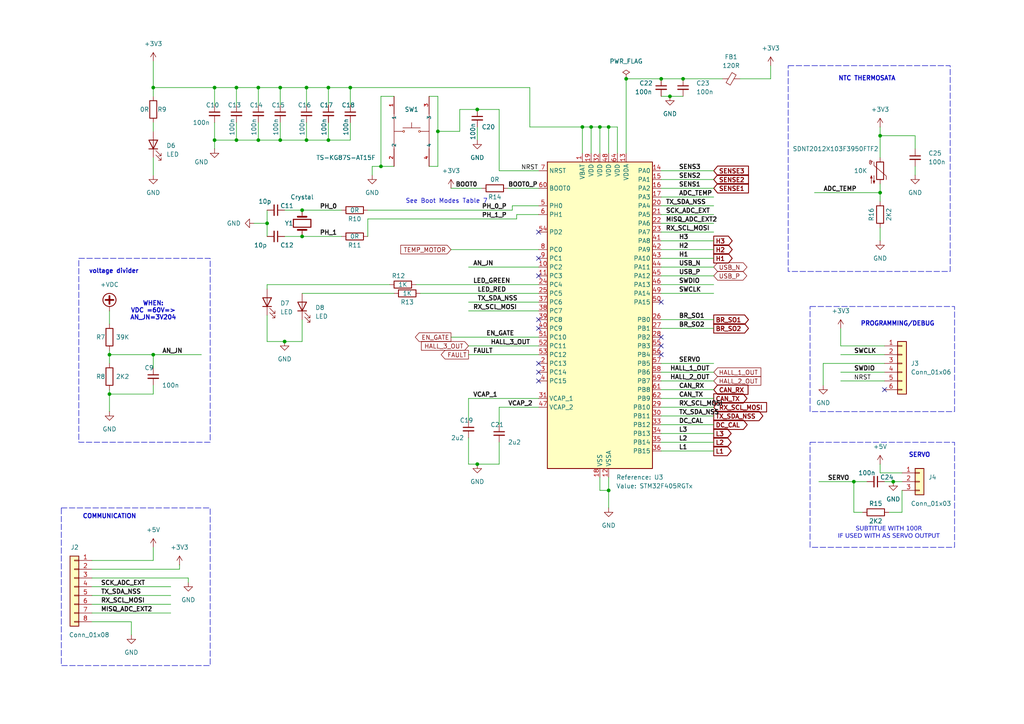
<source format=kicad_sch>
(kicad_sch (version 20231120) (generator "eeschema") (generator_version "8.0")
  (paper "A4")
  (lib_symbols
    (symbol "Connector_Generic:Conn_01x03" (pin_names (offset 1.016) hide)
      (property "Reference" "J" (at 0 5.08 0))
      (property "Value" "Conn_01x03" (at 0 -5.08 0))
      (symbol "Conn_01x03_1_1"
        (pin passive line (at -5.08 2.54 0) (length 3.81) (name "Pin_1") (number "1"))
        (pin passive line (at -5.08 0 0) (length 3.81) (name "Pin_2") (number "2"))
        (pin passive line (at -5.08 -2.54 0) (length 3.81) (name "Pin_3") (number "3"))
      )
    )
    (symbol "Connector_Generic:Conn_01x06" (pin_names (offset 1.016) hide)
      (property "Reference" "J" (at 0 7.62 0))
      (property "Value" "Conn_01x06" (at 0 -10.16 0))
      (symbol "Conn_01x06_1_1"
        (pin passive line (at -5.08 5.08 0) (length 3.81) (name "Pin_1") (number "1"))
        (pin passive line (at -5.08 2.54 0) (length 3.81) (name "Pin_2") (number "2"))
        (pin passive line (at -5.08 0 0) (length 3.81) (name "Pin_3") (number "3"))
        (pin passive line (at -5.08 -2.54 0) (length 3.81) (name "Pin_4") (number "4"))
        (pin passive line (at -5.08 -5.08 0) (length 3.81) (name "Pin_5") (number "5"))
        (pin passive line (at -5.08 -7.62 0) (length 3.81) (name "Pin_6") (number "6"))
      )
    )
    (symbol "Connector_Generic:Conn_01x08" (pin_names (offset 1.016) hide)
      (property "Reference" "J" (at 0 10.16 0))
      (property "Value" "Conn_01x08" (at 0 -12.7 0))
      (symbol "Conn_01x08_1_1"
        (pin passive line (at -5.08 7.62 0) (length 3.81) (name "Pin_1") (number "1"))
        (pin passive line (at -5.08 5.08 0) (length 3.81) (name "Pin_2") (number "2"))
        (pin passive line (at -5.08 2.54 0) (length 3.81) (name "Pin_3") (number "3"))
        (pin passive line (at -5.08 0 0) (length 3.81) (name "Pin_4") (number "4"))
        (pin passive line (at -5.08 -2.54 0) (length 3.81) (name "Pin_5") (number "5"))
        (pin passive line (at -5.08 -5.08 0) (length 3.81) (name "Pin_6") (number "6"))
        (pin passive line (at -5.08 -7.62 0) (length 3.81) (name "Pin_7") (number "7"))
        (pin passive line (at -5.08 -10.16 0) (length 3.81) (name "Pin_8") (number "8"))
      )
    )
    (symbol "Device:C_Small" (pin_numbers hide) (pin_names (offset 0.254) hide)
      (property "Reference" "C" (at 0.254 1.778 0))
      (property "Value" "C_Small" (at 0.254 -2.032 0))
      (symbol "C_Small_1_1"
        (pin passive line (at 0 2.54 270) (length 2.032) (name "~") (number "1"))
        (pin passive line (at 0 -2.54 90) (length 2.032) (name "~") (number "2"))
      )
    )
    (symbol "Device:Crystal" (pin_numbers hide) (pin_names (offset 1.016) hide)
      (property "Reference" "Y" (at 0 3.81 0))
      (property "Value" "Crystal" (at 0 -3.81 0))
      (symbol "Crystal_1_1"
        (pin passive line (at -3.81 0 0) (length 1.27) (name "1") (number "1"))
        (pin passive line (at 3.81 0 180) (length 1.27) (name "2") (number "2"))
      )
    )
    (symbol "Device:FerriteBead_Small" (pin_numbers hide) (pin_names (offset 0))
      (property "Reference" "FB" (at 1.905 1.27 0))
      (property "Value" "FerriteBead_Small" (at 1.905 -1.27 0))
      (symbol "FerriteBead_Small_1_1"
        (pin passive line (at 0 2.54 270) (length 1.27) (name "~") (number "1"))
        (pin passive line (at 0 -2.54 90) (length 1.27) (name "~") (number "2"))
      )
    )
    (symbol "Device:LED" (pin_numbers hide) (pin_names (offset 1.016) hide)
      (property "Reference" "D" (at 0 2.54 0))
      (property "Value" "LED" (at 0 -2.54 0))
      (symbol "LED_1_1"
        (pin passive line (at -3.81 0 0) (length 2.54) (name "K") (number "1"))
        (pin passive line (at 3.81 0 180) (length 2.54) (name "A") (number "2"))
      )
    )
    (symbol "Device:R" (pin_numbers hide) (pin_names (offset 0))
      (property "Reference" "R" (at 2.032 0 90))
      (property "Value" "R" (at 0 0 90))
      (symbol "R_1_1"
        (pin passive line (at 0 3.81 270) (length 1.27) (name "~") (number "1"))
        (pin passive line (at 0 -3.81 90) (length 1.27) (name "~") (number "2"))
      )
    )
    (symbol "Device:Thermistor_NTC" (pin_numbers hide) (pin_names (offset 0))
      (property "Reference" "TH" (at -4.445 0 90))
      (property "Value" "Thermistor_NTC" (at 3.175 0 90))
      (symbol "Thermistor_NTC_1_1"
        (pin passive line (at 0 3.81 270) (length 1.27) (name "~") (number "1"))
        (pin passive line (at 0 -3.81 90) (length 1.27) (name "~") (number "2"))
      )
    )
    (symbol "MCU_ST_STM32F4:STM32F405RGTx"
      (property "Reference" "U" (at -15.24 46.99 0))
      (property "Value" "STM32F405RGTx" (at 10.16 46.99 0))
      (symbol "STM32F405RGTx_1_1"
        (pin power_in line (at -5.08 48.26 270) (length 2.54) (name "VBAT") (number "1"))
        (pin bidirectional line (at -17.78 15.24 0) (length 2.54) (name "PC2") (number "10"))
        (pin bidirectional line (at -17.78 12.7 0) (length 2.54) (name "PC3") (number "11"))
        (pin power_in line (at 2.54 -45.72 90) (length 2.54) (name "VSSA") (number "12"))
        (pin power_in line (at 7.62 48.26 270) (length 2.54) (name "VDDA") (number "13"))
        (pin bidirectional line (at 17.78 43.18 180) (length 2.54) (name "PA0") (number "14"))
        (pin bidirectional line (at 17.78 40.64 180) (length 2.54) (name "PA1") (number "15"))
        (pin bidirectional line (at 17.78 38.1 180) (length 2.54) (name "PA2") (number "16"))
        (pin bidirectional line (at 17.78 35.56 180) (length 2.54) (name "PA3") (number "17"))
        (pin power_in line (at 0 -45.72 90) (length 2.54) (name "VSS") (number "18"))
        (pin power_in line (at -2.54 48.26 270) (length 2.54) (name "VDD") (number "19"))
        (pin bidirectional line (at -17.78 -12.7 0) (length 2.54) (name "PC13") (number "2"))
        (pin bidirectional line (at 17.78 33.02 180) (length 2.54) (name "PA4") (number "20"))
        (pin bidirectional line (at 17.78 30.48 180) (length 2.54) (name "PA5") (number "21"))
        (pin bidirectional line (at 17.78 27.94 180) (length 2.54) (name "PA6") (number "22"))
        (pin bidirectional line (at 17.78 25.4 180) (length 2.54) (name "PA7") (number "23"))
        (pin bidirectional line (at -17.78 10.16 0) (length 2.54) (name "PC4") (number "24"))
        (pin bidirectional line (at -17.78 7.62 0) (length 2.54) (name "PC5") (number "25"))
        (pin bidirectional line (at 17.78 0 180) (length 2.54) (name "PB0") (number "26"))
        (pin bidirectional line (at 17.78 -2.54 180) (length 2.54) (name "PB1") (number "27"))
        (pin bidirectional line (at 17.78 -5.08 180) (length 2.54) (name "PB2") (number "28"))
        (pin bidirectional line (at 17.78 -25.4 180) (length 2.54) (name "PB10") (number "29"))
        (pin bidirectional line (at -17.78 -15.24 0) (length 2.54) (name "PC14") (number "3"))
        (pin bidirectional line (at 17.78 -27.94 180) (length 2.54) (name "PB11") (number "30"))
        (pin power_out line (at -17.78 -22.86 0) (length 2.54) (name "VCAP_1") (number "31"))
        (pin power_in line (at 0 48.26 270) (length 2.54) (name "VDD") (number "32"))
        (pin bidirectional line (at 17.78 -30.48 180) (length 2.54) (name "PB12") (number "33"))
        (pin bidirectional line (at 17.78 -33.02 180) (length 2.54) (name "PB13") (number "34"))
        (pin bidirectional line (at 17.78 -35.56 180) (length 2.54) (name "PB14") (number "35"))
        (pin bidirectional line (at 17.78 -38.1 180) (length 2.54) (name "PB15") (number "36"))
        (pin bidirectional line (at -17.78 5.08 0) (length 2.54) (name "PC6") (number "37"))
        (pin bidirectional line (at -17.78 2.54 0) (length 2.54) (name "PC7") (number "38"))
        (pin bidirectional line (at -17.78 0 0) (length 2.54) (name "PC8") (number "39"))
        (pin bidirectional line (at -17.78 -17.78 0) (length 2.54) (name "PC15") (number "4"))
        (pin bidirectional line (at -17.78 -2.54 0) (length 2.54) (name "PC9") (number "40"))
        (pin bidirectional line (at 17.78 22.86 180) (length 2.54) (name "PA8") (number "41"))
        (pin bidirectional line (at 17.78 20.32 180) (length 2.54) (name "PA9") (number "42"))
        (pin bidirectional line (at 17.78 17.78 180) (length 2.54) (name "PA10") (number "43"))
        (pin bidirectional line (at 17.78 15.24 180) (length 2.54) (name "PA11") (number "44"))
        (pin bidirectional line (at 17.78 12.7 180) (length 2.54) (name "PA12") (number "45"))
        (pin bidirectional line (at 17.78 10.16 180) (length 2.54) (name "PA13") (number "46"))
        (pin power_out line (at -17.78 -25.4 0) (length 2.54) (name "VCAP_2") (number "47"))
        (pin power_in line (at 2.54 48.26 270) (length 2.54) (name "VDD") (number "48"))
        (pin bidirectional line (at 17.78 7.62 180) (length 2.54) (name "PA14") (number "49"))
        (pin bidirectional line (at -17.78 33.02 0) (length 2.54) (name "PH0") (number "5"))
        (pin bidirectional line (at 17.78 5.08 180) (length 2.54) (name "PA15") (number "50"))
        (pin bidirectional line (at -17.78 -5.08 0) (length 2.54) (name "PC10") (number "51"))
        (pin bidirectional line (at -17.78 -7.62 0) (length 2.54) (name "PC11") (number "52"))
        (pin bidirectional line (at -17.78 -10.16 0) (length 2.54) (name "PC12") (number "53"))
        (pin bidirectional line (at -17.78 25.4 0) (length 2.54) (name "PD2") (number "54"))
        (pin bidirectional line (at 17.78 -7.62 180) (length 2.54) (name "PB3") (number "55"))
        (pin bidirectional line (at 17.78 -10.16 180) (length 2.54) (name "PB4") (number "56"))
        (pin bidirectional line (at 17.78 -12.7 180) (length 2.54) (name "PB5") (number "57"))
        (pin bidirectional line (at 17.78 -15.24 180) (length 2.54) (name "PB6") (number "58"))
        (pin bidirectional line (at 17.78 -17.78 180) (length 2.54) (name "PB7") (number "59"))
        (pin bidirectional line (at -17.78 30.48 0) (length 2.54) (name "PH1") (number "6"))
        (pin input line (at -17.78 38.1 0) (length 2.54) (name "BOOT0") (number "60"))
        (pin bidirectional line (at 17.78 -20.32 180) (length 2.54) (name "PB8") (number "61"))
        (pin bidirectional line (at 17.78 -22.86 180) (length 2.54) (name "PB9") (number "62"))
        (pin passive line (at 0 -45.72 90) (length 2.54) hide (name "VSS") (number "63"))
        (pin power_in line (at 5.08 48.26 270) (length 2.54) (name "VDD") (number "64"))
        (pin input line (at -17.78 43.18 0) (length 2.54) (name "NRST") (number "7"))
        (pin bidirectional line (at -17.78 20.32 0) (length 2.54) (name "PC0") (number "8"))
        (pin bidirectional line (at -17.78 17.78 0) (length 2.54) (name "PC1") (number "9"))
      )
    )
    (symbol "TS-KG87S-AT15F:TS-KG87S-AT15F"
      (property "Reference" "SW" (at 0 1.27 0))
      (property "Value" "TS-KG87S-AT15F" (at 0 -2.54 0))
      (symbol "TS-KG87S-AT15F_0_1"
        (pin unspecified line (at -10.16 5.08 0) (length 5.08) (name "1") (number "1"))
        (pin unspecified line (at 10.16 5.08 180) (length 5.08) (name "2") (number "2"))
        (pin unspecified line (at -10.16 -5.08 0) (length 5.08) (name "3") (number "3"))
        (pin unspecified line (at 10.16 -5.08 180) (length 5.08) (name "4") (number "4"))
      )
    )
    (symbol "power:+3V3" (power) (pin_numbers hide) (pin_names (offset 0) hide)
      (property "Value" "+3V3" (at 0 3.556 0))
      (symbol "+3V3_1_1"
        (pin power_in line (at 0 0 90) (length 0) (name "~") (number "1"))
      )
    )
    (symbol "power:+5V" (power) (pin_numbers hide) (pin_names (offset 0) hide)
      (property "Value" "+5V" (at 0 3.556 0))
      (symbol "+5V_1_1"
        (pin power_in line (at 0 0 90) (length 0) (name "~") (number "1"))
      )
    )
    (symbol "power:+VDC" (power) (pin_numbers hide) (pin_names (offset 0) hide)
      (property "Value" "+VDC" (at 0 6.35 0))
      (symbol "+VDC_1_1"
        (pin power_in line (at 0 0 90) (length 0) (name "~") (number "1"))
      )
    )
    (symbol "power:GND" (power) (pin_numbers hide) (pin_names (offset 0) hide)
      (property "Value" "GND" (at 0 -3.81 0))
      (symbol "GND_1_1"
        (pin power_in line (at 0 0 270) (length 0) (name "~") (number "1"))
      )
    )
    (symbol "power:PWR_FLAG" (power) (pin_numbers hide) (pin_names (offset 0) hide)
      (property "Value" "PWR_FLAG" (at 0 3.81 0))
      (symbol "PWR_FLAG_0_0"
        (pin power_out line (at 0 0 90) (length 0) (name "~") (number "1"))
      )
    )
  )
  (junction (at 181.61 22.86))
  (junction (at 81.28 25.4))
  (junction (at 74.93 25.4))
  (junction (at 127 38.1))
  (junction (at 31.75 114.3))
  (junction (at 77.47 64.77))
  (junction (at 138.43 31.75))
  (junction (at 255.27 55.88))
  (junction (at 44.45 102.87))
  (junction (at 62.23 40.64))
  (junction (at 168.91 36.83))
  (junction (at 62.23 25.4))
  (junction (at 82.55 99.06))
  (junction (at 138.43 134.62))
  (junction (at 259.08 139.7))
  (junction (at 81.28 40.64))
  (junction (at 95.25 25.4))
  (junction (at 31.75 102.87))
  (junction (at 68.58 40.64))
  (junction (at 74.93 40.64))
  (junction (at 176.53 142.24))
  (junction (at 68.58 25.4))
  (junction (at 247.65 139.7))
  (junction (at 87.63 68.58))
  (junction (at 194.31 27.94))
  (junction (at 87.63 60.96))
  (junction (at 95.25 40.64))
  (junction (at 88.9 40.64))
  (junction (at 88.9 25.4))
  (junction (at 101.6 25.4))
  (junction (at 198.12 22.86))
  (junction (at 191.77 22.86))
  (junction (at 110.49 48.26))
  (junction (at 176.53 36.83))
  (junction (at 255.27 39.37))
  (junction (at 44.45 25.4))
  (junction (at 171.45 36.83))
  (junction (at 173.99 36.83))
  (no_connect (at 156.21 80.01))
  (no_connect (at 256.54 113.03))
  (no_connect (at 156.21 95.25))
  (no_connect (at 191.77 102.87))
  (no_connect (at 191.77 100.33))
  (no_connect (at 156.21 74.93))
  (no_connect (at 156.21 67.31))
  (no_connect (at 191.77 97.79))
  (no_connect (at 156.21 110.49))
  (no_connect (at 156.21 107.95))
  (no_connect (at 156.21 105.41))
  (no_connect (at 191.77 87.63))
  (no_connect (at 156.21 92.71))
  (wire (pts (xy 82.55 68.58) (xy 87.63 68.58)))
  (wire (pts (xy 26.67 170.18) (xy 49.53 170.18)))
  (wire (pts (xy 124.46 27.94) (xy 127 27.94)))
  (wire (pts (xy 44.45 17.78) (xy 44.45 25.4)))
  (wire (pts (xy 26.67 175.26) (xy 49.53 175.26)))
  (wire (pts (xy 243.84 107.95) (xy 256.54 107.95)))
  (wire (pts (xy 191.77 95.25) (xy 207.01 95.25)))
  (wire (pts (xy 62.23 40.64) (xy 68.58 40.64)))
  (wire (pts (xy 247.65 148.59) (xy 247.65 139.7)))
  (wire (pts (xy 44.45 50.8) (xy 44.45 45.72)))
  (wire (pts (xy 255.27 69.85) (xy 255.27 66.04)))
  (wire (pts (xy 31.75 90.17) (xy 31.75 93.98)))
  (wire (pts (xy 191.77 82.55) (xy 207.01 82.55)))
  (wire (pts (xy 149.86 63.5) (xy 149.86 62.23)))
  (wire (pts (xy 62.23 40.64) (xy 62.23 43.18)))
  (wire (pts (xy 31.75 113.03) (xy 31.75 114.3)))
  (wire (pts (xy 168.91 36.83) (xy 171.45 36.83)))
  (wire (pts (xy 135.89 90.17) (xy 156.21 90.17)))
  (wire (pts (xy 173.99 44.45) (xy 173.99 36.83)))
  (wire (pts (xy 255.27 137.16) (xy 261.62 137.16)))
  (wire (pts (xy 127 38.1) (xy 133.35 38.1)))
  (wire (pts (xy 127 48.26) (xy 124.46 48.26)))
  (wire (pts (xy 87.63 99.06) (xy 87.63 92.71)))
  (wire (pts (xy 68.58 40.64) (xy 74.93 40.64)))
  (wire (pts (xy 176.53 36.83) (xy 176.53 44.45)))
  (wire (pts (xy 191.77 52.07) (xy 207.01 52.07)))
  (wire (pts (xy 156.21 115.57) (xy 135.89 115.57)))
  (wire (pts (xy 147.32 54.61) (xy 156.21 54.61)))
  (wire (pts (xy 243.84 95.25) (xy 243.84 100.33)))
  (wire (pts (xy 121.92 85.09) (xy 156.21 85.09)))
  (wire (pts (xy 168.91 44.45) (xy 168.91 36.83)))
  (wire (pts (xy 214.63 22.86) (xy 223.52 22.86)))
  (wire (pts (xy 191.77 113.03) (xy 207.01 113.03)))
  (wire (pts (xy 191.77 77.47) (xy 207.01 77.47)))
  (wire (pts (xy 114.3 27.94) (xy 110.49 27.94)))
  (wire (pts (xy 110.49 27.94) (xy 110.49 48.26)))
  (wire (pts (xy 135.89 100.33) (xy 156.21 100.33)))
  (wire (pts (xy 26.67 180.34) (xy 38.1 180.34)))
  (wire (pts (xy 135.89 102.87) (xy 156.21 102.87)))
  (wire (pts (xy 44.45 162.56) (xy 44.45 158.75)))
  (wire (pts (xy 130.81 97.79) (xy 156.21 97.79)))
  (wire (pts (xy 81.28 25.4) (xy 88.9 25.4)))
  (wire (pts (xy 191.77 125.73) (xy 207.01 125.73)))
  (wire (pts (xy 44.45 102.87) (xy 31.75 102.87)))
  (wire (pts (xy 26.67 172.72) (xy 49.53 172.72)))
  (wire (pts (xy 261.62 142.24) (xy 261.62 148.59)))
  (wire (pts (xy 144.78 134.62) (xy 144.78 128.27)))
  (wire (pts (xy 31.75 101.6) (xy 31.75 102.87)))
  (wire (pts (xy 191.77 54.61) (xy 207.01 54.61)))
  (wire (pts (xy 237.49 139.7) (xy 247.65 139.7)))
  (wire (pts (xy 194.31 27.94) (xy 198.12 27.94)))
  (wire (pts (xy 171.45 36.83) (xy 173.99 36.83)))
  (wire (pts (xy 31.75 114.3) (xy 31.75 119.38)))
  (wire (pts (xy 191.77 115.57) (xy 207.01 115.57)))
  (wire (pts (xy 148.59 59.69) (xy 156.21 59.69)))
  (wire (pts (xy 265.43 43.18) (xy 265.43 39.37)))
  (wire (pts (xy 238.76 105.41) (xy 238.76 111.76)))
  (wire (pts (xy 26.67 167.64) (xy 54.61 167.64)))
  (wire (pts (xy 26.67 165.1) (xy 52.07 165.1)))
  (wire (pts (xy 120.65 82.55) (xy 156.21 82.55)))
  (wire (pts (xy 176.53 142.24) (xy 176.53 147.32)))
  (wire (pts (xy 156.21 118.11) (xy 144.78 118.11)))
  (wire (pts (xy 77.47 60.96) (xy 77.47 64.77)))
  (wire (pts (xy 135.89 77.47) (xy 156.21 77.47)))
  (wire (pts (xy 44.45 106.68) (xy 44.45 102.87)))
  (wire (pts (xy 191.77 110.49) (xy 207.01 110.49)))
  (wire (pts (xy 82.55 60.96) (xy 87.63 60.96)))
  (wire (pts (xy 62.23 35.56) (xy 62.23 40.64)))
  (wire (pts (xy 82.55 99.06) (xy 77.47 99.06)))
  (wire (pts (xy 77.47 99.06) (xy 77.47 91.44)))
  (wire (pts (xy 107.95 50.8) (xy 107.95 48.26)))
  (wire (pts (xy 88.9 25.4) (xy 88.9 30.48)))
  (wire (pts (xy 44.45 111.76) (xy 44.45 114.3)))
  (wire (pts (xy 68.58 35.56) (xy 68.58 40.64)))
  (wire (pts (xy 179.07 44.45) (xy 179.07 36.83)))
  (wire (pts (xy 68.58 25.4) (xy 68.58 30.48)))
  (wire (pts (xy 191.77 72.39) (xy 207.01 72.39)))
  (wire (pts (xy 135.89 115.57) (xy 135.89 121.92)))
  (wire (pts (xy 191.77 69.85) (xy 207.01 69.85)))
  (wire (pts (xy 247.65 139.7) (xy 251.46 139.7)))
  (wire (pts (xy 95.25 35.56) (xy 95.25 40.64)))
  (wire (pts (xy 74.93 25.4) (xy 74.93 30.48)))
  (wire (pts (xy 265.43 48.26) (xy 265.43 50.8)))
  (wire (pts (xy 255.27 58.42) (xy 255.27 55.88)))
  (wire (pts (xy 44.45 25.4) (xy 62.23 25.4)))
  (wire (pts (xy 95.25 25.4) (xy 101.6 25.4)))
  (wire (pts (xy 191.77 62.23) (xy 207.01 62.23)))
  (wire (pts (xy 144.78 118.11) (xy 144.78 123.19)))
  (wire (pts (xy 127 38.1) (xy 127 48.26)))
  (wire (pts (xy 77.47 82.55) (xy 77.47 83.82)))
  (wire (pts (xy 87.63 85.09) (xy 114.3 85.09)))
  (wire (pts (xy 38.1 180.34) (xy 38.1 184.15)))
  (wire (pts (xy 191.77 105.41) (xy 207.01 105.41)))
  (wire (pts (xy 173.99 138.43) (xy 173.99 142.24)))
  (wire (pts (xy 26.67 177.8) (xy 49.53 177.8)))
  (wire (pts (xy 133.35 31.75) (xy 138.43 31.75)))
  (wire (pts (xy 256.54 139.7) (xy 259.08 139.7)))
  (wire (pts (xy 81.28 25.4) (xy 81.28 30.48)))
  (wire (pts (xy 191.77 123.19) (xy 207.01 123.19)))
  (wire (pts (xy 68.58 25.4) (xy 74.93 25.4)))
  (wire (pts (xy 44.45 38.1) (xy 44.45 35.56)))
  (wire (pts (xy 153.67 25.4) (xy 153.67 36.83)))
  (wire (pts (xy 135.89 87.63) (xy 156.21 87.63)))
  (wire (pts (xy 88.9 25.4) (xy 95.25 25.4)))
  (wire (pts (xy 74.93 35.56) (xy 74.93 40.64)))
  (wire (pts (xy 236.22 55.88) (xy 255.27 55.88)))
  (wire (pts (xy 181.61 22.86) (xy 191.77 22.86)))
  (wire (pts (xy 106.68 60.96) (xy 148.59 60.96)))
  (wire (pts (xy 44.45 102.87) (xy 58.42 102.87)))
  (wire (pts (xy 77.47 64.77) (xy 77.47 68.58)))
  (wire (pts (xy 81.28 40.64) (xy 88.9 40.64)))
  (wire (pts (xy 95.25 40.64) (xy 101.6 40.64)))
  (wire (pts (xy 130.81 72.39) (xy 156.21 72.39)))
  (wire (pts (xy 87.63 60.96) (xy 99.06 60.96)))
  (wire (pts (xy 191.77 92.71) (xy 207.01 92.71)))
  (wire (pts (xy 255.27 134.62) (xy 255.27 137.16)))
  (wire (pts (xy 133.35 38.1) (xy 133.35 31.75)))
  (wire (pts (xy 101.6 25.4) (xy 101.6 30.48)))
  (wire (pts (xy 138.43 31.75) (xy 144.78 31.75)))
  (wire (pts (xy 113.03 82.55) (xy 77.47 82.55)))
  (wire (pts (xy 191.77 49.53) (xy 207.01 49.53)))
  (wire (pts (xy 173.99 142.24) (xy 176.53 142.24)))
  (wire (pts (xy 144.78 31.75) (xy 144.78 49.53)))
  (wire (pts (xy 176.53 138.43) (xy 176.53 142.24)))
  (wire (pts (xy 52.07 163.83) (xy 52.07 165.1)))
  (wire (pts (xy 191.77 85.09) (xy 207.01 85.09)))
  (wire (pts (xy 223.52 22.86) (xy 223.52 19.05)))
  (wire (pts (xy 255.27 55.88) (xy 255.27 53.34)))
  (wire (pts (xy 101.6 35.56) (xy 101.6 40.64)))
  (wire (pts (xy 135.89 134.62) (xy 138.43 134.62)))
  (wire (pts (xy 181.61 44.45) (xy 181.61 22.86)))
  (wire (pts (xy 107.95 48.26) (xy 110.49 48.26)))
  (wire (pts (xy 179.07 36.83) (xy 176.53 36.83)))
  (wire (pts (xy 243.84 102.87) (xy 256.54 102.87)))
  (wire (pts (xy 127 27.94) (xy 127 38.1)))
  (wire (pts (xy 148.59 60.96) (xy 148.59 59.69)))
  (wire (pts (xy 74.93 25.4) (xy 81.28 25.4)))
  (wire (pts (xy 106.68 63.5) (xy 106.68 68.58)))
  (wire (pts (xy 255.27 36.83) (xy 255.27 39.37)))
  (wire (pts (xy 88.9 40.64) (xy 88.9 35.56)))
  (wire (pts (xy 255.27 39.37) (xy 255.27 45.72)))
  (wire (pts (xy 62.23 25.4) (xy 68.58 25.4)))
  (wire (pts (xy 191.77 22.86) (xy 198.12 22.86)))
  (wire (pts (xy 138.43 134.62) (xy 144.78 134.62)))
  (wire (pts (xy 250.19 148.59) (xy 247.65 148.59)))
  (wire (pts (xy 191.77 74.93) (xy 207.01 74.93)))
  (wire (pts (xy 26.67 162.56) (xy 44.45 162.56)))
  (wire (pts (xy 73.66 64.77) (xy 77.47 64.77)))
  (wire (pts (xy 256.54 110.49) (xy 243.84 110.49)))
  (wire (pts (xy 191.77 128.27) (xy 207.01 128.27)))
  (wire (pts (xy 82.55 99.06) (xy 87.63 99.06)))
  (wire (pts (xy 259.08 139.7) (xy 261.62 139.7)))
  (wire (pts (xy 256.54 105.41) (xy 238.76 105.41)))
  (wire (pts (xy 44.45 114.3) (xy 31.75 114.3)))
  (wire (pts (xy 191.77 59.69) (xy 207.01 59.69)))
  (wire (pts (xy 191.77 80.01) (xy 207.01 80.01)))
  (wire (pts (xy 44.45 27.94) (xy 44.45 25.4)))
  (wire (pts (xy 191.77 130.81) (xy 207.01 130.81)))
  (wire (pts (xy 62.23 25.4) (xy 62.23 30.48)))
  (wire (pts (xy 74.93 40.64) (xy 81.28 40.64)))
  (wire (pts (xy 191.77 118.11) (xy 207.01 118.11)))
  (wire (pts (xy 191.77 27.94) (xy 194.31 27.94)))
  (wire (pts (xy 171.45 36.83) (xy 171.45 44.45)))
  (wire (pts (xy 149.86 62.23) (xy 156.21 62.23)))
  (wire (pts (xy 54.61 167.64) (xy 54.61 168.91)))
  (wire (pts (xy 261.62 148.59) (xy 257.81 148.59)))
  (wire (pts (xy 87.63 68.58) (xy 99.06 68.58)))
  (wire (pts (xy 110.49 48.26) (xy 114.3 48.26)))
  (wire (pts (xy 191.77 64.77) (xy 207.01 64.77)))
  (wire (pts (xy 81.28 35.56) (xy 81.28 40.64)))
  (wire (pts (xy 265.43 39.37) (xy 255.27 39.37)))
  (wire (pts (xy 191.77 57.15) (xy 207.01 57.15)))
  (wire (pts (xy 198.12 22.86) (xy 209.55 22.86)))
  (wire (pts (xy 130.81 54.61) (xy 139.7 54.61)))
  (wire (pts (xy 31.75 102.87) (xy 31.75 105.41)))
  (wire (pts (xy 95.25 25.4) (xy 95.25 30.48)))
  (wire (pts (xy 191.77 67.31) (xy 207.01 67.31)))
  (wire (pts (xy 101.6 25.4) (xy 153.67 25.4)))
  (wire (pts (xy 106.68 63.5) (xy 149.86 63.5)))
  (wire (pts (xy 256.54 100.33) (xy 243.84 100.33)))
  (wire (pts (xy 144.78 49.53) (xy 156.21 49.53)))
  (wire (pts (xy 191.77 120.65) (xy 207.01 120.65)))
  (wire (pts (xy 191.77 107.95) (xy 207.01 107.95)))
  (wire (pts (xy 138.43 36.83) (xy 138.43 40.64)))
  (wire (pts (xy 173.99 36.83) (xy 176.53 36.83)))
  (wire (pts (xy 95.25 40.64) (xy 88.9 40.64)))
  (wire (pts (xy 153.67 36.83) (xy 168.91 36.83)))
  (wire (pts (xy 135.89 127) (xy 135.89 134.62)))
  (rectangle (start 17.78 147.32) (end 60.96 193.04) (stroke (width 0) (type dash)))
  (rectangle (start 22.86 74.93) (end 60.96 128.27) (stroke (width 0) (type dash)))
  (rectangle (start 228.6 19.05) (end 275.59 78.74) (stroke (width 0) (type dash)))
  (rectangle (start 234.95 88.9) (end 276.86 119.38) (stroke (width 0) (type dash)))
  (rectangle (start 234.95 128.27) (end 276.86 158.75) (stroke (width 0) (type dash)))
  (text "COMMUNICATION" (at 31.75 149.86 0) (effects (font (size 1.27 1.27) (thickness 0.254) (bold yes))))
  (text "NTC THERMOSATA" (at 251.46 22.86 0) (effects (font (size 1.27 1.27) (thickness 0.254) (bold yes))))
  (text "SERVO" (at 266.7 132.08 0) (effects (font (size 1.27 1.27) (thickness 0.254) (bold yes))))
  (text "PROGRAMMING/DEBUG" (at 260.35 93.98 0) (effects (font (size 1.27 1.27) (thickness 0.254) (bold yes))))
  (text "See Boot Modes Table 7" (at 129.54 58.42 0) (effects (font (size 1.27 1.27))))
  (text "voltage divider" (at 33.02 78.74 0) (effects (font (size 1.27 1.27) (thickness 0.254) (bold yes))))
  (text "SUBTITUE WITH 100R\nIF USED WITH AS SERVO OUTPUT" (at 257.81 154.94 0) (effects (font (size 1.27 1.27) (italic yes))))
  (text "WHEN:\nVDC =60V=>\nAN_JN=3V204" (at 44.45 90.17 0) (effects (font (size 1.27 1.27) (thickness 0.254) (bold yes))))
  (label "NRST" (at 151.13 49.53 0))
  (label "ADC_TEMP" (at 196.85 57.15 0) (effects (font (thickness 0.254) (bold yes))))
  (label "VCAP_1" (at 137.16 115.57 0) (effects (font (thickness 0.254) (bold yes))))
  (label "BOOT0" (at 132.08 54.61 0) (effects (font (thickness 0.254) (bold yes))))
  (label "TX_SDA_NSS" (at 29.21 172.72 0) (effects (font (thickness 0.254) (bold yes))))
  (label "MISQ_ADC_EXT2" (at 193.04 64.77 0) (effects (font (thickness 0.254) (bold yes))))
  (label "FAULT" (at 137.16 102.87 0) (effects (font (thickness 0.254) (bold yes))))
  (label "USB_P" (at 196.85 80.01 0) (effects (font (thickness 0.254) (bold yes))))
  (label "USB_N" (at 196.85 77.47 0) (effects (font (thickness 0.254) (bold yes))))
  (label "RX_SCL_MOSI" (at 193.04 67.31 0) (effects (font (thickness 0.254) (bold yes))))
  (label "AN_JN" (at 46.99 102.87 0) (effects (font (thickness 0.254) (bold yes))))
  (label "SWDIO" (at 196.85 82.55 0) (effects (font (thickness 0.254) (bold yes))))
  (label "SERVO" (at 240.03 139.7 0) (effects (font (thickness 0.254) (bold yes))))
  (label "CAN_RX" (at 196.85 113.03 0) (effects (font (thickness 0.254) (bold yes))))
  (label "H2" (at 196.85 72.39 0) (effects (font (thickness 0.254) (bold yes))))
  (label "L3" (at 196.85 125.73 0) (effects (font (thickness 0.254) (bold yes))))
  (label "RX_SCL_MOSI" (at 196.85 118.11 0) (effects (font (thickness 0.254) (bold yes))))
  (label "SWCLK" (at 196.85 85.09 0) (effects (font (thickness 0.254) (bold yes))))
  (label "TX_SDA_NSS" (at 193.04 59.69 0) (effects (font (thickness 0.254) (bold yes))))
  (label "RX_SCL_MOSI" (at 29.21 175.26 0) (effects (font (thickness 0.254) (bold yes))))
  (label "SWDIO" (at 247.65 107.95 0) (effects (font (thickness 0.254) (bold yes))))
  (label "ADC_TEMP" (at 238.76 55.88 0) (effects (font (thickness 0.254) (bold yes))))
  (label "DC_CAL" (at 196.85 123.19 0) (effects (font (thickness 0.254) (bold yes))))
  (label "LED_RED" (at 138.43 85.09 0) (effects (font (thickness 0.254) (bold yes))))
  (label "SCK_ADC_EXT" (at 29.21 170.18 0) (effects (font (thickness 0.254) (bold yes))))
  (label "PH_1" (at 92.71 68.58 0) (effects (font (thickness 0.254) (bold yes))))
  (label "BR_SO2" (at 196.85 95.25 0) (effects (font (thickness 0.254) (bold yes))))
  (label "SCK_ADC_EXT" (at 193.04 62.23 0) (effects (font (thickness 0.254) (bold yes))))
  (label "TX_SDA_NSS" (at 196.85 120.65 0) (effects (font (thickness 0.254) (bold yes))))
  (label "HALL_3_OUT" (at 142.24 100.33 0) (effects (font (bold yes))))
  (label "VCAP_2" (at 147.32 118.11 0) (effects (font (thickness 0.254) (bold yes))))
  (label "H3" (at 196.85 69.85 0) (effects (font (thickness 0.254) (bold yes))))
  (label "SWCLK" (at 247.65 102.87 0) (effects (font (thickness 0.254) (bold yes))))
  (label "SERVO" (at 196.85 105.41 0) (effects (font (thickness 0.254) (bold yes))))
  (label "H1" (at 196.85 74.93 0) (effects (font (thickness 0.254) (bold yes))))
  (label "PH_0" (at 92.71 60.96 0) (effects (font (thickness 0.254) (bold yes))))
  (label "HALL_2_OUT" (at 194.31 110.49 0) (effects (font (bold yes))))
  (label "AN_JN" (at 137.16 77.47 0) (effects (font (thickness 0.254) (bold yes))))
  (label "BR_SO1" (at 196.85 92.71 0) (effects (font (thickness 0.254) (bold yes))))
  (label "PH_1_P" (at 139.7 63.5 0) (effects (font (thickness 0.254) (bold yes))))
  (label "EN_GATE" (at 140.97 97.79 0) (effects (font (thickness 0.254) (bold yes))))
  (label "RX_SCL_MOSI" (at 137.16 90.17 0) (effects (font (thickness 0.254) (bold yes))))
  (label "SENS2" (at 196.85 52.07 0) (effects (font (thickness 0.254) (bold yes))))
  (label "PH_0_P" (at 139.7 60.96 0) (effects (font (thickness 0.254) (bold yes))))
  (label "L1" (at 196.85 130.81 0) (effects (font (thickness 0.254) (bold yes))))
  (label "NRST" (at 247.65 110.49 0))
  (label "HALL_1_OUT" (at 194.31 107.95 0) (effects (font (bold yes))))
  (label "LED_GREEN" (at 137.16 82.55 0) (effects (font (thickness 0.254) (bold yes))))
  (label "SENS1" (at 196.85 54.61 0) (effects (font (thickness 0.254) (bold yes))))
  (label "TX_SDA_NSS" (at 138.43 87.63 0) (effects (font (thickness 0.254) (bold yes))))
  (label "CAN_TX" (at 196.85 115.57 0) (effects (font (thickness 0.254) (bold yes))))
  (label "L2" (at 196.85 128.27 0) (effects (font (thickness 0.254) (bold yes))))
  (label "BOOT0_P" (at 147.32 54.61 0) (effects (font (thickness 0.254) (bold yes))))
  (label "SENS3" (at 196.85 49.53 0) (effects (font (thickness 0.254) (bold yes))))
  (label "MISQ_ADC_EXT2" (at 29.21 177.8 0) (effects (font (thickness 0.254) (bold yes))))
  (global_label "HALL_2_OUT" (shape input) (at 207.01 110.49 0) (property "Intersheetrefs" "${INTERSHEET_REFS}" (effects (hide yes))))
  (global_label "USB_P" (shape bidirectional) (at 207.01 80.01 0) (property "Intersheetrefs" "${INTERSHEET_REFS}" (effects (hide yes))))
  (global_label "USB_N" (shape bidirectional) (at 207.01 77.47 0) (property "Intersheetrefs" "${INTERSHEET_REFS}" (effects (hide yes))))
  (global_label "TX_SDA_NSS" (shape output) (at 207.01 120.65 0) (effects (font (bold yes))) (property "Intersheetrefs" "${INTERSHEET_REFS}" (effects (hide yes))))
  (global_label "EN_GATE" (shape output) (at 130.81 97.79 180) (property "Intersheetrefs" "${INTERSHEET_REFS}" (effects (hide yes))))
  (global_label "SENSE2" (shape input) (at 207.01 52.07 0) (effects (font (bold yes))) (property "Intersheetrefs" "${INTERSHEET_REFS}" (effects (hide yes))))
  (global_label "FAULT" (shape output) (at 135.89 102.87 180) (property "Intersheetrefs" "${INTERSHEET_REFS}" (effects (hide yes))))
  (global_label "CAN_TX" (shape output) (at 207.01 115.57 0) (effects (font (bold yes))) (property "Intersheetrefs" "${INTERSHEET_REFS}" (effects (hide yes))))
  (global_label "TEMP_MOTOR" (shape input) (at 130.81 72.39 180) (property "Intersheetrefs" "${INTERSHEET_REFS}" (effects (hide yes))))
  (global_label "CAN_RX" (shape input) (at 207.01 113.03 0) (effects (font (bold yes))) (property "Intersheetrefs" "${INTERSHEET_REFS}" (effects (hide yes))))
  (global_label "L1" (shape output) (at 207.01 130.81 0) (effects (font (bold yes))) (property "Intersheetrefs" "${INTERSHEET_REFS}" (effects (hide yes))))
  (global_label "RX_SCL_MOSI" (shape input) (at 207.01 118.11 0) (effects (font (bold yes))) (property "Intersheetrefs" "${INTERSHEET_REFS}" (effects (hide yes))))
  (global_label "L2" (shape output) (at 207.01 128.27 0) (effects (font (bold yes))) (property "Intersheetrefs" "${INTERSHEET_REFS}" (effects (hide yes))))
  (global_label "HALL_1_OUT" (shape input) (at 207.01 107.95 0) (property "Intersheetrefs" "${INTERSHEET_REFS}" (effects (hide yes))))
  (global_label "H1" (shape output) (at 207.01 74.93 0) (effects (font (bold yes))) (property "Intersheetrefs" "${INTERSHEET_REFS}" (effects (hide yes))))
  (global_label "SENSE1" (shape input) (at 207.01 54.61 0) (effects (font (bold yes))) (property "Intersheetrefs" "${INTERSHEET_REFS}" (effects (hide yes))))
  (global_label "H3" (shape output) (at 207.01 69.85 0) (effects (font (bold yes))) (property "Intersheetrefs" "${INTERSHEET_REFS}" (effects (hide yes))))
  (global_label "SENSE3" (shape input) (at 207.01 49.53 0) (effects (font (bold yes))) (property "Intersheetrefs" "${INTERSHEET_REFS}" (effects (hide yes))))
  (global_label "DC_CAL" (shape output) (at 207.01 123.19 0) (effects (font (bold yes))) (property "Intersheetrefs" "${INTERSHEET_REFS}" (effects (hide yes))))
  (global_label "L3" (shape output) (at 207.01 125.73 0) (effects (font (bold yes))) (property "Intersheetrefs" "${INTERSHEET_REFS}" (effects (hide yes))))
  (global_label "BR_SO2" (shape output) (at 207.01 95.25 0) (effects (font (bold yes))) (property "Intersheetrefs" "${INTERSHEET_REFS}" (effects (hide yes))))
  (global_label "BR_SO1" (shape output) (at 207.01 92.71 0) (effects (font (bold yes))) (property "Intersheetrefs" "${INTERSHEET_REFS}" (effects (hide yes))))
  (global_label "H2" (shape output) (at 207.01 72.39 0) (effects (font (bold yes))) (property "Intersheetrefs" "${INTERSHEET_REFS}" (effects (hide yes))))
  (global_label "HALL_3_OUT" (shape input) (at 135.89 100.33 180) (property "Intersheetrefs" "${INTERSHEET_REFS}" (effects (hide yes))))
  (symbol (lib_id "Device:C_Small") (at 191.77 25.4 0) (unit 1)
    (property "Reference" "C22" (at 185.42 24.13 0) (effects (justify left)))
    (property "Value" "100n" (at 184.15 26.67 0) (effects (justify left)))
    (property "Footprint" "Capacitor_SMD:C_0402_1005Metric" (effects (hide yes)))
    (property "Description" "Unpolarized capacitor, small symbol" (effects (hide yes)))
  )
  (symbol (lib_id "Device:LED") (at 44.45 41.91 90) (unit 1)
    (property "Reference" "D6" (at 48.26 42.2274 90) (effects (justify right)))
    (property "Value" "LED" (at 48.26 44.7674 90) (effects (justify right)))
    (property "Footprint" "footprint:LED0805-R-RD" (effects (hide yes)))
    (property "Description" "Light emitting diode" (effects (hide yes)))
  )
  (symbol (lib_id "Device:Thermistor_NTC") (at 255.27 49.53 0) (unit 1)
    (property "Reference" "SDNT2012X103F3950FTF2" (at 229.87 43.18 0) (effects (justify left)))
    (property "Value" "10K" (at 247.65 49.53 0) (effects (justify left)))
    (property "Footprint" "Resistor_SMD:R_0805_2012Metric" (effects (hide yes)))
    (property "Description" "Temperature dependent resistor, negative temperature coefficient" (effects (hide yes)))
  )
  (symbol (lib_id "power:GND") (at 194.31 27.94 0) (unit 1)
    (property "Reference" "#PWR08" (effects (hide yes)))
    (property "Value" "GND" (at 194.31 33.02 0))
    (property "Description" "Power symbol creates a global label with name \"GND\" , ground" (effects (hide yes)))
  )
  (symbol (lib_id "power:GND") (at 238.76 111.76 0) (unit 1)
    (property "Reference" "#PWR013" (effects (hide yes)))
    (property "Value" "GND" (at 238.76 116.84 0))
    (property "Description" "Power symbol creates a global label with name \"GND\" , ground" (effects (hide yes)))
  )
  (symbol (lib_id "Device:R") (at 44.45 31.75 180) (unit 1)
    (property "Reference" "R9" (at 46.99 31.75 0))
    (property "Value" "0R" (at 41.91 31.75 0))
    (property "Footprint" "Resistor_SMD:R_0805_2012Metric" (effects (hide yes)))
    (property "Description" "Resistor" (effects (hide yes)))
  )
  (symbol (lib_id "Device:R") (at 102.87 60.96 90) (unit 1)
    (property "Reference" "R10" (at 102.87 63.5 90))
    (property "Value" "0R" (at 102.87 60.96 90))
    (property "Footprint" "Resistor_SMD:R_0805_2012Metric" (effects (hide yes)))
    (property "Description" "Resistor" (effects (hide yes)))
  )
  (symbol (lib_id "Device:R") (at 255.27 62.23 180) (unit 1)
    (property "Reference" "R16" (at 252.73 62.23 90))
    (property "Value" "2K2" (at 257.81 62.23 90))
    (property "Footprint" "Resistor_SMD:R_0805_2012Metric" (effects (hide yes)))
    (property "Description" "Resistor" (effects (hide yes)))
  )
  (symbol (lib_id "power:+3V3") (at 52.07 163.83 0) (unit 1)
    (property "Reference" "#PWR023" (effects (hide yes)))
    (property "Value" "+3V3" (at 52.07 158.75 0))
    (property "Description" "Power symbol creates a global label with name \"+3V3\"" (effects (hide yes)))
  )
  (symbol (lib_id "Device:C_Small") (at 144.78 125.73 0) (unit 1)
    (property "Reference" "C21" (at 142.24 123.19 0) (effects (justify left)))
    (property "Value" "2u2" (at 147.32 128.27 0) (effects (justify left)))
    (property "Footprint" "Capacitor_SMD:C_0603_1608Metric" (effects (hide yes)))
    (property "Description" "Unpolarized capacitor, small symbol" (effects (hide yes)))
  )
  (symbol (lib_id "power:GND") (at 255.27 69.85 0) (unit 1)
    (property "Reference" "#PWR017" (effects (hide yes)))
    (property "Value" "GND" (at 255.27 74.93 0))
    (property "Description" "Power symbol creates a global label with name \"GND\" , ground" (effects (hide yes)))
  )
  (symbol (lib_id "Device:C_Small") (at 95.25 33.02 0) (unit 1)
    (property "Reference" "C17" (at 92.71 30.48 0) (effects (justify left)))
    (property "Value" "100n" (at 93.98 39.37 90) (effects (justify left)))
    (property "Footprint" "Capacitor_SMD:C_0402_1005Metric" (effects (hide yes)))
    (property "Description" "Unpolarized capacitor, small symbol" (effects (hide yes)))
  )
  (symbol (lib_id "Device:C_Small") (at 68.58 33.02 0) (unit 1)
    (property "Reference" "C13" (at 66.04 30.48 0) (effects (justify left)))
    (property "Value" "100n" (at 67.31 39.37 90) (effects (justify left)))
    (property "Footprint" "Capacitor_SMD:C_0402_1005Metric" (effects (hide yes)))
    (property "Description" "Unpolarized capacitor, small symbol" (effects (hide yes)))
  )
  (symbol (lib_id "power:+5V") (at 44.45 158.75 0) (unit 1)
    (property "Reference" "#PWR020" (effects (hide yes)))
    (property "Value" "+5V" (at 44.45 153.67 0))
    (property "Description" "Power symbol creates a global label with name \"+5V\"" (effects (hide yes)))
  )
  (symbol (lib_id "MCU_ST_STM32F4:STM32F405RGTx") (at 173.99 92.71 0) (unit 1)
    (property "Reference" "U3" (at 178.7241 138.43 0) (show_name yes) (effects (justify left)))
    (property "Value" "STM32F405RGTx" (at 178.7241 140.97 0) (show_name yes) (effects (justify left)))
    (property "Footprint" "Package_QFP:LQFP-64_10x10mm_P0.5mm" (effects (hide yes)))
    (property "Datasheet" "https://www.st.com/resource/en/datasheet/stm32f405rg.pdf" (effects (hide yes)))
    (property "Description" "STMicroelectronics Arm Cortex-M4 MCU, 1024KB flash, 192KB RAM, 168 MHz, 1.8-3.6V, 51 GPIO, LQFP64" (effects (hide yes)))
  )
  (symbol (lib_id "power:+3V3") (at 223.52 19.05 0) (unit 1)
    (property "Reference" "#PWR07" (effects (hide yes)))
    (property "Value" "+3V3" (at 223.52 13.97 0))
    (property "Description" "Power symbol creates a global label with name \"+3V3\"" (effects (hide yes)))
  )
  (symbol (lib_id "Device:C_Small") (at 44.45 109.22 0) (unit 1)
    (property "Reference" "C9" (at 41.91 106.68 0) (effects (justify left)))
    (property "Value" "100n" (at 46.99 111.76 0) (effects (justify left)))
    (property "Footprint" "Capacitor_SMD:C_0603_1608Metric" (effects (hide yes)))
    (property "Description" "Unpolarized capacitor, small symbol" (effects (hide yes)))
  )
  (symbol (lib_id "power:GND") (at 259.08 139.7 0) (unit 1)
    (property "Reference" "#PWR016" (effects (hide yes)))
    (property "Value" "GND" (at 259.08 144.78 0))
    (property "Description" "Power symbol creates a global label with name \"GND\" , ground" (effects (hide yes)))
  )
  (symbol (lib_id "power:+VDC") (at 31.75 90.17 0) (unit 1)
    (property "Reference" "#PWR024" (effects (hide yes)))
    (property "Value" "+VDC" (at 31.75 82.55 0))
    (property "Description" "Power symbol creates a global label with name \"+VDC\"" (effects (hide yes)))
  )
  (symbol (lib_id "Connector_Generic:Conn_01x08") (at 21.59 170.18 0) (mirror y) (unit 1)
    (property "Reference" "J2" (at 22.86 158.75 0) (effects (justify left)))
    (property "Value" "Conn_01x08" (at 31.75 184.15 0) (effects (justify left)))
    (property "Footprint" "Connector_PinHeader_1.00mm:PinHeader_1x08_P1.00mm_Vertical" (effects (hide yes)))
    (property "Description" "Generic connector, single row, 01x08, script generated (kicad-library-utils/schlib/autogen/connector/)" (effects (hide yes)))
  )
  (symbol (lib_id "power:GND") (at 107.95 50.8 0) (unit 1)
    (property "Reference" "#PWR03" (effects (hide yes)))
    (property "Value" "GND" (at 107.95 55.88 0))
    (property "Description" "Power symbol creates a global label with name \"GND\" , ground" (effects (hide yes)))
  )
  (symbol (lib_id "Connector_Generic:Conn_01x03") (at 266.7 139.7 0) (unit 1)
    (property "Reference" "J4" (at 269.24 138.4299 0) (effects (justify left)))
    (property "Value" "Conn_01x03" (at 264.16 146.05 0) (effects (justify left)))
    (property "Footprint" "Connector_PinHeader_1.00mm:PinHeader_1x03_P1.00mm_Vertical" (effects (hide yes)))
    (property "Description" "Generic connector, single row, 01x03, script generated (kicad-library-utils/schlib/autogen/connector/)" (effects (hide yes)))
  )
  (symbol (lib_id "Device:C_Small") (at 101.6 33.02 0) (unit 1)
    (property "Reference" "C18" (at 99.06 30.48 0) (effects (justify left)))
    (property "Value" "100n" (at 100.33 39.37 90) (effects (justify left)))
    (property "Footprint" "Capacitor_SMD:C_0402_1005Metric" (effects (hide yes)))
    (property "Description" "Unpolarized capacitor, small symbol" (effects (hide yes)))
  )
  (symbol (lib_id "power:GND") (at 73.66 64.77 270) (unit 1)
    (property "Reference" "#PWR09" (effects (hide yes)))
    (property "Value" "GND" (at 69.85 64.7699 90) (effects (justify right)))
    (property "Description" "Power symbol creates a global label with name \"GND\" , ground" (effects (hide yes)))
  )
  (symbol (lib_id "power:GND") (at 138.43 134.62 0) (unit 1)
    (property "Reference" "#PWR06" (effects (hide yes)))
    (property "Value" "GND" (at 138.43 139.7 0))
    (property "Description" "Power symbol creates a global label with name \"GND\" , ground" (effects (hide yes)))
  )
  (symbol (lib_id "Device:C_Small") (at 80.01 68.58 270) (unit 1)
    (property "Reference" "C12" (at 81.28 71.12 90) (effects (justify left)))
    (property "Value" "10p" (at 73.66 71.12 90) (effects (justify left)))
    (property "Footprint" "Capacitor_SMD:C_0603_1608Metric" (effects (hide yes)))
    (property "Description" "Unpolarized capacitor, small symbol" (effects (hide yes)))
  )
  (symbol (lib_id "Device:C_Small") (at 88.9 33.02 0) (unit 1)
    (property "Reference" "C16" (at 86.36 30.48 0) (effects (justify left)))
    (property "Value" "100n" (at 87.63 39.37 90) (effects (justify left)))
    (property "Footprint" "Capacitor_SMD:C_0402_1005Metric" (effects (hide yes)))
    (property "Description" "Unpolarized capacitor, small symbol" (effects (hide yes)))
  )
  (symbol (lib_id "Device:Crystal") (at 87.63 64.77 270) (unit 1)
    (property "Reference" "Y1" (at 83.82 64.77 90))
    (property "Value" "Crystal" (at 87.63 57.15 90))
    (property "Footprint" "Crystal:Crystal_SMD_5032-2Pin_5.0x3.2mm" (effects (hide yes)))
    (property "Description" "Two pin crystal" (effects (hide yes)))
  )
  (symbol (lib_id "power:GND") (at 138.43 40.64 0) (unit 1)
    (property "Reference" "#PWR04" (effects (hide yes)))
    (property "Value" "GND" (at 138.43 45.72 0))
    (property "Description" "Power symbol creates a global label with name \"GND\" , ground" (effects (hide yes)))
  )
  (symbol (lib_id "Device:R") (at 143.51 54.61 90) (unit 1)
    (property "Reference" "R14" (at 143.51 57.15 90))
    (property "Value" "0R" (at 143.51 52.07 90))
    (property "Footprint" "Resistor_SMD:R_0805_2012Metric" (effects (hide yes)))
    (property "Description" "Resistor" (effects (hide yes)))
  )
  (symbol (lib_id "Device:R") (at 254 148.59 90) (unit 1)
    (property "Reference" "R15" (at 254 146.05 90))
    (property "Value" "2K2" (at 254 151.13 90))
    (property "Footprint" "Resistor_SMD:R_0805_2012Metric" (effects (hide yes)))
    (property "Description" "Resistor" (effects (hide yes)))
  )
  (symbol (lib_id "Device:R") (at 102.87 68.58 90) (unit 1)
    (property "Reference" "R11" (at 102.87 71.12 90))
    (property "Value" "0R" (at 102.87 68.58 90))
    (property "Footprint" "Resistor_SMD:R_0805_2012Metric" (effects (hide yes)))
    (property "Description" "Resistor" (effects (hide yes)))
  )
  (symbol (lib_id "Device:FerriteBead_Small") (at 212.09 22.86 90) (unit 1)
    (property "Reference" "FB1" (at 212.0519 16.51 90))
    (property "Value" "120R" (at 212.0519 19.05 90))
    (property "Footprint" "footprint:L0603" (effects (hide yes)))
    (property "Description" "Ferrite bead, small symbol" (effects (hide yes)))
  )
  (symbol (lib_id "Device:LED") (at 87.63 88.9 90) (unit 1)
    (property "Reference" "D8" (at 91.44 89.2174 90) (effects (justify right)))
    (property "Value" "LED" (at 91.44 91.7574 90) (effects (justify right)))
    (property "Footprint" "footprint:LED0805-R-RD" (effects (hide yes)))
    (property "Description" "Light emitting diode" (effects (hide yes)))
  )
  (symbol (lib_id "power:GND") (at 38.1 184.15 0) (unit 1)
    (property "Reference" "#PWR022" (effects (hide yes)))
    (property "Value" "GND" (at 38.1 189.23 0))
    (property "Description" "Power symbol creates a global label with name \"GND\" , ground" (effects (hide yes)))
  )
  (symbol (lib_id "TS-KG87S-AT15F:TS-KG87S-AT15F") (at 119.38 38.1 90) (mirror x) (unit 1)
    (property "Reference" "SW1" (at 119.38 31.75 90))
    (property "Value" "TS-KG87S-AT15F" (at 100.33 45.72 90))
    (property "Footprint" "footprint:SW-SMD_4P-L5.2-W5.2-P3.70-LS6.4" (effects (hide yes)))
    (property "Datasheet" "https://so.szlcsc.com/global.html?k=C388295&ref=editor" (effects (hide yes)))
    (property "LCSC" "C2874421" (effects (hide yes)))
  )
  (symbol (lib_id "Device:C_Small") (at 198.12 25.4 0) (unit 1)
    (property "Reference" "C23" (at 201.93 24.13 0) (effects (justify left)))
    (property "Value" "100n" (at 201.93 26.67 0) (effects (justify left)))
    (property "Footprint" "Capacitor_SMD:C_0402_1005Metric" (effects (hide yes)))
    (property "Description" "Unpolarized capacitor, small symbol" (effects (hide yes)))
  )
  (symbol (lib_id "power:PWR_FLAG") (at 181.61 22.86 0) (unit 1)
    (property "Reference" "#FLG04" (effects (hide yes)))
    (property "Value" "PWR_FLAG" (at 181.61 17.78 0))
    (property "Description" "Special symbol for telling ERC where power comes from" (effects (hide yes)))
  )
  (symbol (lib_id "Device:R") (at 31.75 97.79 180) (unit 1)
    (property "Reference" "R7" (at 29.21 97.79 0))
    (property "Value" "39K" (at 35.56 97.79 0))
    (property "Footprint" "Resistor_SMD:R_0805_2012Metric" (effects (hide yes)))
    (property "Description" "Resistor" (effects (hide yes)))
  )
  (symbol (lib_id "power:+3V3") (at 243.84 95.25 0) (unit 1)
    (property "Reference" "#PWR012" (effects (hide yes)))
    (property "Value" "+3V3" (at 243.84 90.17 0))
    (property "Description" "Power symbol creates a global label with name \"+3V3\"" (effects (hide yes)))
  )
  (symbol (lib_id "Device:R") (at 31.75 109.22 180) (unit 1)
    (property "Reference" "R8" (at 29.21 109.22 0))
    (property "Value" "2K2" (at 35.56 109.22 0))
    (property "Footprint" "Resistor_SMD:R_0805_2012Metric" (effects (hide yes)))
    (property "Description" "Resistor" (effects (hide yes)))
  )
  (symbol (lib_id "Device:C_Small") (at 265.43 45.72 0) (unit 1)
    (property "Reference" "C25" (at 269.24 44.45 0) (effects (justify left)))
    (property "Value" "100n" (at 269.24 46.99 0) (effects (justify left)))
    (property "Footprint" "Capacitor_SMD:C_0402_1005Metric" (effects (hide yes)))
    (property "Description" "Unpolarized capacitor, small symbol" (effects (hide yes)))
  )
  (symbol (lib_id "power:+5V") (at 255.27 134.62 0) (unit 1)
    (property "Reference" "#PWR015" (effects (hide yes)))
    (property "Value" "+5V" (at 255.27 129.54 0))
    (property "Description" "Power symbol creates a global label with name \"+5V\"" (effects (hide yes)))
  )
  (symbol (lib_id "power:+3V3") (at 255.27 36.83 0) (unit 1)
    (property "Reference" "#PWR018" (effects (hide yes)))
    (property "Value" "+3V3" (at 255.27 31.75 0))
    (property "Description" "Power symbol creates a global label with name \"+3V3\"" (effects (hide yes)))
  )
  (symbol (lib_id "Connector_Generic:Conn_01x06") (at 261.62 105.41 0) (unit 1)
    (property "Reference" "J3" (at 264.16 105.4099 0) (effects (justify left)))
    (property "Value" "Conn_01x06" (at 264.16 107.9499 0) (effects (justify left)))
    (property "Footprint" "Connector_PinHeader_1.00mm:PinHeader_1x06_P1.00mm_Vertical" (effects (hide yes)))
    (property "Description" "Generic connector, single row, 01x06, script generated (kicad-library-utils/schlib/autogen/connector/)" (effects (hide yes)))
  )
  (symbol (lib_id "power:GND") (at 44.45 50.8 0) (unit 1)
    (property "Reference" "#PWR014" (effects (hide yes)))
    (property "Value" "GND" (at 44.45 55.88 0))
    (property "Description" "Power symbol creates a global label with name \"GND\" , ground" (effects (hide yes)))
  )
  (symbol (lib_id "Device:LED") (at 77.47 87.63 90) (unit 1)
    (property "Reference" "D7" (at 81.28 87.9474 90) (effects (justify right)))
    (property "Value" "LED" (at 81.28 90.4874 90) (effects (justify right)))
    (property "Footprint" "footprint:LED0805-R-RD" (effects (hide yes)))
    (property "Description" "Light emitting diode" (effects (hide yes)))
  )
  (symbol (lib_id "power:GND") (at 176.53 147.32 0) (unit 1)
    (property "Reference" "#PWR011" (effects (hide yes)))
    (property "Value" "GND" (at 176.53 152.4 0))
    (property "Description" "Power symbol creates a global label with name \"GND\" , ground" (effects (hide yes)))
  )
  (symbol (lib_id "Device:R") (at 118.11 85.09 90) (unit 1)
    (property "Reference" "R13" (at 118.11 87.63 90))
    (property "Value" "1K" (at 118.11 85.09 90))
    (property "Footprint" "Resistor_SMD:R_0805_2012Metric" (effects (hide yes)))
    (property "Description" "Resistor" (effects (hide yes)))
  )
  (symbol (lib_id "power:GND") (at 31.75 119.38 0) (unit 1)
    (property "Reference" "#PWR025" (effects (hide yes)))
    (property "Value" "GND" (at 31.75 124.46 0))
    (property "Description" "Power symbol creates a global label with name \"GND\" , ground" (effects (hide yes)))
  )
  (symbol (lib_id "Device:C_Small") (at 138.43 34.29 0) (unit 1)
    (property "Reference" "C20" (at 139.7 36.83 0) (effects (justify left)))
    (property "Value" "100n" (at 137.16 40.64 90) (effects (justify left)))
    (property "Footprint" "Capacitor_SMD:C_0402_1005Metric" (effects (hide yes)))
    (property "Description" "Unpolarized capacitor, small symbol" (effects (hide yes)))
  )
  (symbol (lib_id "Device:C_Small") (at 74.93 33.02 0) (unit 1)
    (property "Reference" "C14" (at 72.39 30.48 0) (effects (justify left)))
    (property "Value" "100n" (at 73.66 39.37 90) (effects (justify left)))
    (property "Footprint" "Capacitor_SMD:C_0402_1005Metric" (effects (hide yes)))
    (property "Description" "Unpolarized capacitor, small symbol" (effects (hide yes)))
  )
  (symbol (lib_id "Device:C_Small") (at 80.01 60.96 270) (unit 1)
    (property "Reference" "C11" (at 81.28 59.69 90) (effects (justify left)))
    (property "Value" "10p" (at 74.93 58.42 90) (effects (justify left)))
    (property "Footprint" "Capacitor_SMD:C_0603_1608Metric" (effects (hide yes)))
    (property "Description" "Unpolarized capacitor, small symbol" (effects (hide yes)))
  )
  (symbol (lib_id "power:+3V3") (at 44.45 17.78 0) (unit 1)
    (property "Reference" "#PWR01" (effects (hide yes)))
    (property "Value" "+3V3" (at 44.45 12.7 0))
    (property "Description" "Power symbol creates a global label with name \"+3V3\"" (effects (hide yes)))
  )
  (symbol (lib_id "power:GND") (at 54.61 168.91 0) (unit 1)
    (property "Reference" "#PWR021" (effects (hide yes)))
    (property "Value" "GND" (at 54.61 173.99 0))
    (property "Description" "Power symbol creates a global label with name \"GND\" , ground" (effects (hide yes)))
  )
  (symbol (lib_id "power:GND") (at 62.23 43.18 0) (unit 1)
    (property "Reference" "#PWR02" (effects (hide yes)))
    (property "Value" "GND" (at 58.42 46.99 0))
    (property "Description" "Power symbol creates a global label with name \"GND\" , ground" (effects (hide yes)))
  )
  (symbol (lib_id "power:GND") (at 265.43 50.8 0) (unit 1)
    (property "Reference" "#PWR019" (effects (hide yes)))
    (property "Value" "GND" (at 265.43 55.88 0))
    (property "Description" "Power symbol creates a global label with name \"GND\" , ground" (effects (hide yes)))
  )
  (symbol (lib_id "Device:C_Small") (at 81.28 33.02 0) (unit 1)
    (property "Reference" "C15" (at 78.74 30.48 0) (effects (justify left)))
    (property "Value" "100n" (at 80.01 39.37 90) (effects (justify left)))
    (property "Footprint" "Capacitor_SMD:C_0402_1005Metric" (effects (hide yes)))
    (property "Description" "Unpolarized capacitor, small symbol" (effects (hide yes)))
  )
  (symbol (lib_id "Device:C_Small") (at 135.89 124.46 0) (unit 1)
    (property "Reference" "C19" (at 133.35 121.92 0) (effects (justify left)))
    (property "Value" "2u2" (at 130.81 127 0) (effects (justify left)))
    (property "Footprint" "Capacitor_SMD:C_0603_1608Metric" (effects (hide yes)))
    (property "Description" "Unpolarized capacitor, small symbol" (effects (hide yes)))
  )
  (symbol (lib_id "Device:C_Small") (at 62.23 33.02 0) (unit 1)
    (property "Reference" "C10" (at 59.69 30.48 0) (effects (justify left)))
    (property "Value" "100n" (at 55.88 35.56 0) (effects (justify left)))
    (property "Footprint" "Capacitor_SMD:C_0603_1608Metric" (effects (hide yes)))
    (property "Description" "Unpolarized capacitor, small symbol" (effects (hide yes)))
  )
  (symbol (lib_id "power:GND") (at 82.55 99.06 0) (unit 1)
    (property "Reference" "#PWR010" (effects (hide yes)))
    (property "Value" "GND" (at 82.55 104.14 0))
    (property "Description" "Power symbol creates a global label with name \"GND\" , ground" (effects (hide yes)))
  )
  (symbol (lib_id "power:+3V3") (at 130.81 54.61 0) (unit 1)
    (property "Reference" "#PWR05" (effects (hide yes)))
    (property "Value" "+3V3" (at 130.81 49.53 0))
    (property "Description" "Power symbol creates a global label with name \"+3V3\"" (effects (hide yes)))
  )
  (symbol (lib_id "Device:C_Small") (at 254 139.7 270) (unit 1)
    (property "Reference" "C24" (at 255.27 138.43 90) (effects (justify left)))
    (property "Value" "100n" (at 248.92 137.16 90) (effects (justify left)))
    (property "Footprint" "Capacitor_SMD:C_0402_1005Metric" (effects (hide yes)))
    (property "Description" "Unpolarized capacitor, small symbol" (effects (hide yes)))
  )
  (symbol (lib_id "Device:R") (at 116.84 82.55 90) (unit 1)
    (property "Reference" "R12" (at 115.57 80.01 90))
    (property "Value" "1K" (at 116.84 82.55 90))
    (property "Footprint" "Resistor_SMD:R_0805_2012Metric" (effects (hide yes)))
    (property "Description" "Resistor" (effects (hide yes)))
  )
)
</source>
